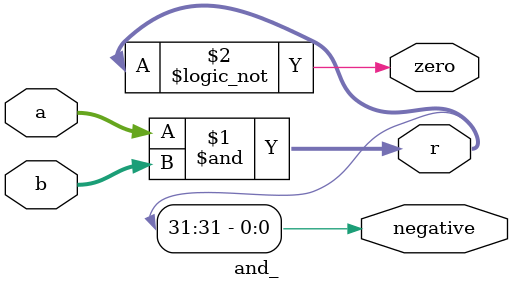
<source format=v>
`timescale 1ns / 1ns


module and_(
    input [31:0] a,
    input [31:0] b,
    output [31:0] r,
    output zero,
    output negative
    );
    assign r = a&b;
    assign zero = (r==0);
    assign negative = (r[31]==1);
endmodule

</source>
